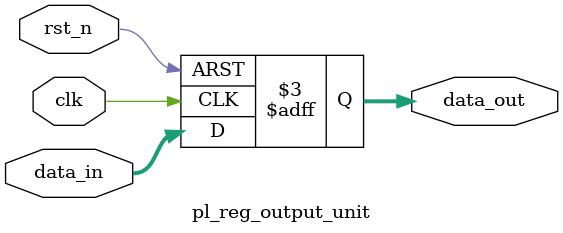
<source format=sv>
module pl_reg_latch_top #(
    parameter W = 8
)(
    input  wire        clk,         // Clock signal
    input  wire        rst_n,       // Active-low reset
    input  wire        gate,        // Gate control signal
    input  wire        load,        // Load control signal
    input  wire [W-1:0] d,          // Data input
    output wire [W-1:0] q           // Data output
);

    // Internal signals
    wire ctrl_enable;
    wire [W-1:0] staged_data;

    // Control unit handles timing and control logic
    pl_reg_control_logic u_control (
        .clk        (clk),
        .rst_n      (rst_n),
        .gate       (gate),
        .load       (load),
        .enable     (ctrl_enable)
    );

    // Data staging unit for processing input data
    pl_reg_data_stage #(
        .WIDTH      (W)
    ) u_data_stage (
        .clk        (clk),
        .rst_n      (rst_n),
        .enable     (ctrl_enable),
        .data_in    (d),
        .data_out   (staged_data)
    );

    // Output unit provides registered output with isolation
    pl_reg_output_unit #(
        .WIDTH      (W)
    ) u_output (
        .clk        (clk),
        .rst_n      (rst_n),
        .data_in    (staged_data),
        .data_out   (q)
    );

endmodule

//-----------------------------------------------------------------------------
// Module:  pl_reg_control_logic
// Description: Enhanced control logic with clock synchronization
//-----------------------------------------------------------------------------
module pl_reg_control_logic (
    input  wire clk,
    input  wire rst_n,
    input  wire gate,
    input  wire load,
    output reg  enable
);

    // Internal signals for edge detection
    reg gate_r, load_r;
    wire gate_valid, load_valid;

    // Register inputs for edge detection
    always @(posedge clk or negedge rst_n) begin
        if (!rst_n) begin
            gate_r <= 1'b0;
            load_r <= 1'b0;
        end else begin
            gate_r <= gate;
            load_r <= load;
        end
    end

    // Detect valid control conditions
    assign gate_valid = gate & gate_r;
    assign load_valid = load & load_r;

    // Generate synchronized enable signal
    always @(posedge clk or negedge rst_n) begin
        if (!rst_n) begin
            enable <= 1'b0;
        end else begin
            enable <= gate_valid & load_valid;
        end
    end

endmodule

//-----------------------------------------------------------------------------
// Module:  pl_reg_data_stage
// Description: Data processing stage with optional transformation
//-----------------------------------------------------------------------------
module pl_reg_data_stage #(
    parameter WIDTH = 8
)(
    input  wire                clk,
    input  wire                rst_n,
    input  wire                enable,
    input  wire [WIDTH-1:0]    data_in,
    output reg  [WIDTH-1:0]    data_out
);

    // Internal pipeline register
    reg [WIDTH-1:0] data_pipe;

    // First stage: capture input data
    always @(posedge clk or negedge rst_n) begin
        if (!rst_n) begin
            data_pipe <= {WIDTH{1'b0}};
        end else if (enable) begin
            data_pipe <= data_in;
        end
    end

    // Second stage: process data (currently pass-through)
    always @(posedge clk or negedge rst_n) begin
        if (!rst_n) begin
            data_out <= {WIDTH{1'b0}};
        end else begin
            data_out <= data_pipe;
        end
    end

endmodule

//-----------------------------------------------------------------------------
// Module:  pl_reg_output_unit
// Description: Output buffer with isolation and stability features
//-----------------------------------------------------------------------------
module pl_reg_output_unit #(
    parameter WIDTH = 8
)(
    input  wire                clk,
    input  wire                rst_n,
    input  wire [WIDTH-1:0]    data_in,
    output reg  [WIDTH-1:0]    data_out
);

    // Registered output for stability
    always @(posedge clk or negedge rst_n) begin
        if (!rst_n) begin
            data_out <= {WIDTH{1'b0}};
        end else begin
            data_out <= data_in;
        end
    end

endmodule
</source>
